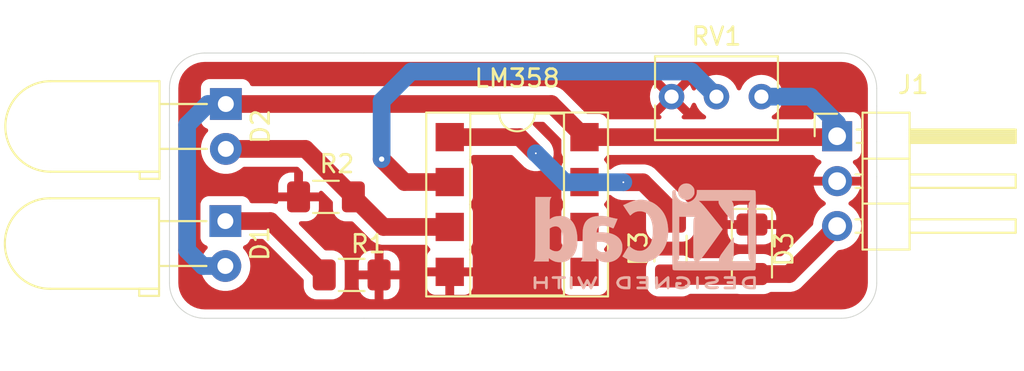
<source format=kicad_pcb>
(kicad_pcb (version 20240108) (generator "pcbnew") (generator_version "8.0")
  (layers (0 "F.Cu" signal) (31 "B.Cu" signal) (34 "B.Paste" user) (35 "F.Paste" user) (36 "B.SilkS" user "B.Silkscreen") (37 "F.SilkS" user "F.Silkscreen") (38 "B.Mask" user) (39 "F.Mask" user) (44 "Edge.Cuts" user))
  (net 0 "")
  (net 1 "Net-(D1-K)")
  (net 2 "+5V")
  (net 3 "Net-(D2-A)")
  (net 4 "OUT")
  (net 5 "GND")
  (net 6 "Net-(R3-Pad2)")
  (net 7 "Net-(U1A--)")
  (footprint "Potentiometer_THT:Potentiometer_Bourns_3266Y_Vertical" (layer "F.Cu") (at 144.476868 57.465593)
    (property "Reference" "RV1" (at -2.54 -3.41 0) (layer "F.SilkS"))
    (property "Value" "10k")
    (pad "1" thru_hole circle (at 0 0) (size 1.44 1.44) (drill 0.8) (layers "*.Cu" "*.Mask") (net 2 "+5V"))
    (pad "2" thru_hole circle (at -2.54 0) (size 1.44 1.44) (drill 0.8) (layers "*.Cu" "*.Mask") (net 7 "Net-(U1A--)"))
    (pad "3" thru_hole circle (at -5.08 0) (size 1.44 1.44) (drill 0.8) (layers "*.Cu" "*.Mask") (net 5 "GND"))
  )
  (footprint "Resistor_SMD:R_1206_3216Metric_Pad1.30x1.75mm_HandSolder" (layer "F.Cu") (at 121.304167 67.547821)
    (property "Reference" "R1" (at 0.935417 -1.750631 0) (layer "F.SilkS"))
    (property "Value" "100")
    (pad "1" smd roundrect (at -1.55 0) (size 1.3 1.75) (layers "F.Cu" "F.Paste" "F.Mask") (roundrect_rratio 0.192308) (net 1 "Net-(D1-K)"))
    (pad "2" smd roundrect (at 1.55 0) (size 1.3 1.75) (layers "F.Cu" "F.Paste" "F.Mask") (roundrect_rratio 0.192308) (net 5 "GND"))
  )
  (footprint "LED_THT:LED_D5.0mm_Horizontal_O3.81mm_Z3.0mm" (layer "F.Cu") (at 114.161931 64.50284 -90)
    (property "Reference" "D1" (at 1.27 -1.96 90) (layer "F.SilkS"))
    (property "Value" "LED")
    (pad "1" thru_hole rect (at 0 0 270) (size 1.8 1.8) (drill 0.9) (layers "*.Cu" "*.Mask") (net 1 "Net-(D1-K)"))
    (pad "2" thru_hole circle (at 2.54 0 270) (size 1.8 1.8) (drill 0.9) (layers "*.Cu" "*.Mask") (net 2 "+5V"))
  )
  (footprint "LED_THT:LED_D5.0mm_Horizontal_O3.81mm_Z3.0mm" (layer "F.Cu") (at 114.189867 57.882102 -90)
    (property "Reference" "D2" (at 1.27 -1.96 90) (layer "F.SilkS"))
    (property "Value" "LED")
    (pad "1" thru_hole rect (at 0 0 270) (size 1.8 1.8) (drill 0.9) (layers "*.Cu" "*.Mask") (net 2 "+5V"))
    (pad "2" thru_hole circle (at 2.54 0 270) (size 1.8 1.8) (drill 0.9) (layers "*.Cu" "*.Mask") (net 3 "Net-(D2-A)"))
  )
  (footprint "Resistor_SMD:R_1206_3216Metric_Pad1.30x1.75mm_HandSolder" (layer "F.Cu") (at 119.851516 63.133996 180)
    (property "Reference" "R2" (at -0.618813 1.862374 0) (layer "F.SilkS"))
    (property "Value" "10k")
    (pad "1" smd roundrect (at -1.55 0 180) (size 1.3 1.75) (layers "F.Cu" "F.Paste" "F.Mask") (roundrect_rratio 0.192308) (net 3 "Net-(D2-A)"))
    (pad "2" smd roundrect (at 1.55 0 180) (size 1.3 1.75) (layers "F.Cu" "F.Paste" "F.Mask") (roundrect_rratio 0.192308) (net 5 "GND"))
  )
  (footprint "LED_SMD:LED_1206_3216Metric" (layer "F.Cu") (at 143.941051 66.098862 -90)
    (property "Reference" "D3" (at 0 -1.82 90) (layer "F.SilkS"))
    (property "Value" "LED")
    (pad "1" smd roundrect (at -1.4 0 270) (size 1.25 1.75) (layers "F.Cu" "F.Paste" "F.Mask") (roundrect_rratio 0.2) (net 5 "GND"))
    (pad "2" smd roundrect (at 1.4 0 270) (size 1.25 1.75) (layers "F.Cu" "F.Paste" "F.Mask") (roundrect_rratio 0.2) (net 4 "OUT"))
  )
  (footprint "Connector_PinHeader_2.54mm:PinHeader_1x03_P2.54mm_Horizontal" (layer "F.Cu") (at 148.760415 59.704166)
    (property "Reference" "J1" (at 4.304037 -2.909915 0) (layer "F.SilkS"))
    (property "Value" "POWER_CON")
    (pad "1" thru_hole rect (at 0 0) (size 1.7 1.7) (drill 1) (layers "*.Cu" "*.Mask") (net 2 "+5V"))
    (pad "2" thru_hole oval (at 0 2.54) (size 1.7 1.7) (drill 1) (layers "*.Cu" "*.Mask") (net 5 "GND"))
    (pad "3" thru_hole oval (at 0 5.08) (size 1.7 1.7) (drill 1) (layers "*.Cu" "*.Mask") (net 4 "OUT"))
  )
  (footprint "Package_DIP:DIP-8_W7.62mm_SMDSocket_SmallPads" (layer "F.Cu") (at 130.662641 63.565339)
    (property "Reference" "LM358" (at 0 -7.14 0) (layer "F.SilkS"))
    (property "Value" "LM358")
    (pad "1" smd rect (at -3.81 -3.81) (size 1.6 1.6) (layers "F.Cu" "F.Paste" "F.Mask") (net 6 "Net-(R3-Pad2)"))
    (pad "2" smd rect (at -3.81 -1.27) (size 1.6 1.6) (layers "F.Cu" "F.Paste" "F.Mask") (net 7 "Net-(U1A--)"))
    (pad "3" smd rect (at -3.81 1.27) (size 1.6 1.6) (layers "F.Cu" "F.Paste" "F.Mask") (net 3 "Net-(D2-A)"))
    (pad "4" smd rect (at -3.81 3.81) (size 1.6 1.6) (layers "F.Cu" "F.Paste" "F.Mask") (net 5 "GND"))
    (pad "5" smd rect (at 3.81 3.81) (size 1.6 1.6) (layers "F.Cu" "F.Paste" "F.Mask"))
    (pad "6" smd rect (at 3.81 1.27) (size 1.6 1.6) (layers "F.Cu" "F.Paste" "F.Mask"))
    (pad "7" smd rect (at 3.81 -1.27) (size 1.6 1.6) (layers "F.Cu" "F.Paste" "F.Mask"))
    (pad "8" smd rect (at 3.81 -3.81) (size 1.6 1.6) (layers "F.Cu" "F.Paste" "F.Mask") (net 2 "+5V"))
  )
  (footprint "Resistor_SMD:R_1206_3216Metric_Pad1.30x1.75mm_HandSolder" (layer "F.Cu") (at 139.336645 66.058166 90)
    (property "Reference" "R3" (at 0 -1.82 90) (layer "F.SilkS"))
    (property "Value" "330")
    (pad "1" smd roundrect (at -1.55 0 90) (size 1.3 1.75) (layers "F.Cu" "F.Paste" "F.Mask") (roundrect_rratio 0.192308) (net 4 "OUT"))
    (pad "2" smd roundrect (at 1.55 0 90) (size 1.3 1.75) (layers "F.Cu" "F.Paste" "F.Mask") (roundrect_rratio 0.192308) (net 6 "Net-(R3-Pad2)"))
  )
  (footprint "Symbol:KiCad-Logo2_5mm_SilkScreen" (layer "B.Cu") (at 137.88584 65.353445 180)
    (property "Reference" "REF**" (hide yes))
    (property "Value" "KiCad-Logo2_5mm_SilkScreen" (hide yes))
  )
  (gr_arc (start 149 55) (mid 150.414214 55.585786) (end 151 57) (stroke (width 0.05)) (layer "Edge.Cuts"))
  (gr_line (start 151 58) (end 151 57) (stroke (width 0.05)) (layer "Edge.Cuts"))
  (gr_line (start 111 60) (end 111 62) (stroke (width 0.05)) (layer "Edge.Cuts"))
  (gr_line (start 151 60) (end 151 58) (stroke (width 0.05)) (layer "Edge.Cuts"))
  (gr_line (start 111 68) (end 111 62) (stroke (width 0.05)) (layer "Edge.Cuts"))
  (gr_arc (start 111 57) (mid 111.585786 55.585786) (end 113 55) (stroke (width 0.05)) (layer "Edge.Cuts"))
  (gr_arc (start 113 70) (mid 111.585786 69.414214) (end 111 68) (stroke (width 0.05)) (layer "Edge.Cuts"))
  (gr_line (start 151 62) (end 151 60) (stroke (width 0.05)) (layer "Edge.Cuts"))
  (gr_line (start 122 55) (end 113 55) (stroke (width 0.05)) (layer "Edge.Cuts"))
  (gr_line (start 122 70) (end 113 70) (stroke (width 0.05)) (layer "Edge.Cuts"))
  (gr_arc (start 151 68) (mid 150.414214 69.414214) (end 149 70) (stroke (width 0.05)) (layer "Edge.Cuts"))
  (gr_line (start 122 55) (end 149 55) (stroke (width 0.05)) (layer "Edge.Cuts"))
  (gr_line (start 111 57) (end 111 58) (stroke (width 0.05)) (layer "Edge.Cuts"))
  (gr_line (start 151 62) (end 151 68) (stroke (width 0.05)) (layer "Edge.Cuts"))
  (gr_line (start 149 70) (end 122 70) (stroke (width 0.05)) (layer "Edge.Cuts"))
  (gr_line (start 111 58) (end 111 60) (stroke (width 0.05)) (layer "Edge.Cuts"))
  (segment (start 114.161931 64.50284) (end 116.709186 64.50284) (width 1) (layer "F.Cu") (net 1))
  (segment (start 116.709186 64.50284) (end 119.754167 67.547821) (width 1) (layer "F.Cu") (net 1))
  (segment (start 132.599404 57.882102) (end 134.472641 59.755339) (width 1) (layer "F.Cu") (net 2))
  (segment (start 148.709242 59.755339) (end 148.760415 59.704166) (width 1) (layer "F.Cu") (net 2))
  (segment (start 134.472641 59.755339) (end 148.709242 59.755339) (width 1) (layer "F.Cu") (net 2))
  (segment (start 114.189867 57.882102) (end 132.599404 57.882102) (width 1) (layer "F.Cu") (net 2))
  (segment (start 144.476868 57.465593) (end 147.254375 57.465593) (width 1) (layer "B.Cu") (net 2))
  (segment (start 147.254375 57.465593) (end 148.760415 58.971633) (width 1) (layer "B.Cu") (net 2))
  (segment (start 113.178451 57.882575) (end 112 59.061026) (width 1) (layer "B.Cu") (net 2))
  (segment (start 112.889139 67.04284) (end 114.161931 67.04284) (width 1) (layer "B.Cu") (net 2))
  (segment (start 114.189394 57.882575) (end 113.178451 57.882575) (width 1) (layer "B.Cu") (net 2))
  (segment (start 112 59.061026) (end 112 66.153701) (width 1) (layer "B.Cu") (net 2))
  (segment (start 114.189867 57.882102) (end 114.189394 57.882575) (width 1) (layer "B.Cu") (net 2))
  (segment (start 148.760415 58.971633) (end 148.760415 59.704166) (width 1) (layer "B.Cu") (net 2))
  (segment (start 112 66.153701) (end 112.889139 67.04284) (width 1) (layer "B.Cu") (net 2))
  (segment (start 123.102859 64.835339) (end 121.401516 63.133996) (width 1) (layer "F.Cu") (net 3))
  (segment (start 126.836746 64.819444) (end 126.852641 64.835339) (width 1) (layer "F.Cu") (net 3))
  (segment (start 118.689622 60.422102) (end 121.401516 63.133996) (width 1) (layer "F.Cu") (net 3))
  (segment (start 114.189867 60.422102) (end 118.689622 60.422102) (width 1) (layer "F.Cu") (net 3))
  (segment (start 126.852641 64.835339) (end 123.102859 64.835339) (width 1) (layer "F.Cu") (net 3))
  (segment (start 139.336645 67.608166) (end 143.831747 67.608166) (width 1) (layer "F.Cu") (net 4))
  (segment (start 143.941051 67.498862) (end 146.045719 67.498862) (width 1) (layer "F.Cu") (net 4))
  (segment (start 146.045719 67.498862) (end 148.760415 64.784166) (width 1) (layer "F.Cu") (net 4))
  (segment (start 143.831747 67.608166) (end 143.941051 67.498862) (width 1) (layer "F.Cu") (net 4))
  (segment (start 137.779092 62.307291) (end 139.336645 63.864844) (width 1) (layer "F.Cu") (net 6))
  (segment (start 139.336645 63.864844) (end 139.336645 64.508166) (width 1) (layer "F.Cu") (net 6))
  (segment (start 130.805002 59.755339) (end 131.720117 60.670454) (width 1) (layer "F.Cu") (net 6))
  (segment (start 126.852641 59.755339) (end 130.805002 59.755339) (width 1) (layer "F.Cu") (net 6))
  (segment (start 136.670454 62.307291) (end 137.779092 62.307291) (width 1) (layer "F.Cu") (net 6))
  (via micro (at 136.670454 62.307291) (size 0.3) (drill 0.1) (layers "F.Cu" "B.Cu") (net 6))
  (via micro (at 131.720117 60.670454) (size 0.3) (drill 0.1) (layers "F.Cu" "B.Cu") (net 6))
  (segment (start 132.569128 61.50961) (end 133.366809 62.307291) (width 1) (layer "B.Cu") (net 6))
  (segment (start 131.729972 60.670454) (end 132.569128 61.50961) (width 1) (layer "B.Cu") (net 6))
  (segment (start 133.366809 62.307291) (end 136.670454 62.307291) (width 1) (layer "B.Cu") (net 6))
  (segment (start 131.720117 60.670454) (end 131.729972 60.670454) (width 1) (layer "B.Cu") (net 6))
  (segment (start 124.295339 62.295339) (end 123 61) (width 1) (layer "F.Cu") (net 7))
  (segment (start 126.852641 62.295339) (end 124.295339 62.295339) (width 1) (layer "F.Cu") (net 7))
  (via (at 123 61) (size 0.6) (drill 0.3) (layers "F.Cu" "B.Cu") (net 7))
  (segment (start 123 61) (end 123 57.714962) (width 1) (layer "B.Cu") (net 7))
  (segment (start 140.516868 56.045593) (end 141.936868 57.465593) (width 1) (layer "B.Cu") (net 7))
  (segment (start 124.669369 56.045593) (end 140.516868 56.045593) (width 1) (layer "B.Cu") (net 7))
  (segment (start 123 57.714962) (end 124.669369 56.045593) (width 1) (layer "B.Cu") (net 7))
  (zone (net 5) (net_name "GND") (layer "F.Cu") (connect_pads (clearance 0.508)) (min_thickness 0.25) (fill yes (thermal_gap 0.5) (thermal_bridge_width 0.5))
    (polygon (pts (xy 110 52) (xy 153 52) (xy 153 73) (xy 110 73)))
  )
)
</source>
